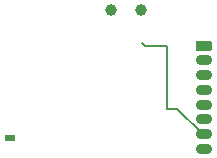
<source format=gbr>
%TF.GenerationSoftware,KiCad,Pcbnew,8.0.1*%
%TF.CreationDate,2024-04-19T15:46:34-07:00*%
%TF.ProjectId,SCH_Dise_o-de-modulo NRF24L01 2.4GHz_Redimensionamiento Y Cambio de interfaz,5343485f-4469-4736-95f1-6f2d64652d6d,rev?*%
%TF.SameCoordinates,Original*%
%TF.FileFunction,Copper,L2,Bot*%
%TF.FilePolarity,Positive*%
%FSLAX46Y46*%
G04 Gerber Fmt 4.6, Leading zero omitted, Abs format (unit mm)*
G04 Created by KiCad (PCBNEW 8.0.1) date 2024-04-19 15:46:34*
%MOMM*%
%LPD*%
G01*
G04 APERTURE LIST*
G04 Aperture macros list*
%AMRoundRect*
0 Rectangle with rounded corners*
0 $1 Rounding radius*
0 $2 $3 $4 $5 $6 $7 $8 $9 X,Y pos of 4 corners*
0 Add a 4 corners polygon primitive as box body*
4,1,4,$2,$3,$4,$5,$6,$7,$8,$9,$2,$3,0*
0 Add four circle primitives for the rounded corners*
1,1,$1+$1,$2,$3*
1,1,$1+$1,$4,$5*
1,1,$1+$1,$6,$7*
1,1,$1+$1,$8,$9*
0 Add four rect primitives between the rounded corners*
20,1,$1+$1,$2,$3,$4,$5,0*
20,1,$1+$1,$4,$5,$6,$7,0*
20,1,$1+$1,$6,$7,$8,$9,0*
20,1,$1+$1,$8,$9,$2,$3,0*%
G04 Aperture macros list end*
%TA.AperFunction,ComponentPad*%
%ADD10C,1.000000*%
%TD*%
%TA.AperFunction,ComponentPad*%
%ADD11RoundRect,0.225000X-0.475000X0.225000X-0.475000X-0.225000X0.475000X-0.225000X0.475000X0.225000X0*%
%TD*%
%TA.AperFunction,ComponentPad*%
%ADD12O,1.400000X0.900000*%
%TD*%
%TA.AperFunction,ComponentPad*%
%ADD13R,0.900000X0.500000*%
%TD*%
%TA.AperFunction,Conductor*%
%ADD14C,0.200000*%
%TD*%
G04 APERTURE END LIST*
D10*
%TO.P,Y1,1,1*%
%TO.N,Net-(U1-XC2)*%
X134210000Y-66310000D03*
%TO.P,Y1,2,2*%
%TO.N,Net-(U1-XC1)*%
X131670000Y-66310000D03*
%TD*%
D11*
%TO.P,J1,1,Pin_1*%
%TO.N,VDD*%
X139490000Y-69360000D03*
D12*
%TO.P,J1,2,Pin_2*%
%TO.N,Net-(J1-Pin_2)*%
X139490000Y-70610000D03*
%TO.P,J1,3,Pin_3*%
%TO.N,Net-(J1-Pin_3)*%
X139490000Y-71860000D03*
%TO.P,J1,4,Pin_4*%
%TO.N,Net-(J1-Pin_4)*%
X139490000Y-73110000D03*
%TO.P,J1,5,Pin_5*%
%TO.N,Net-(J1-Pin_5)*%
X139490000Y-74360000D03*
%TO.P,J1,6,Pin_6*%
%TO.N,Net-(J1-Pin_6)*%
X139490000Y-75610000D03*
%TO.P,J1,7,Pin_7*%
%TO.N,Net-(J1-Pin_7)*%
X139490000Y-76860000D03*
%TO.P,J1,8,Pin_8*%
%TO.N,GND*%
X139490000Y-78110000D03*
%TD*%
D13*
%TO.P,AE1,2*%
%TO.N,N/C*%
X123140000Y-77155000D03*
%TD*%
D14*
%TO.N,Net-(J1-Pin_7)*%
X134500000Y-69380000D02*
X134260000Y-69140000D01*
X136270000Y-69380000D02*
X134500000Y-69380000D01*
X137279340Y-74710000D02*
X136400000Y-74710000D01*
X139429340Y-76860000D02*
X137279340Y-74710000D01*
X139490000Y-76860000D02*
X139429340Y-76860000D01*
X136400000Y-74710000D02*
X136400000Y-69510000D01*
X136400000Y-69510000D02*
X136270000Y-69380000D01*
%TD*%
M02*

</source>
